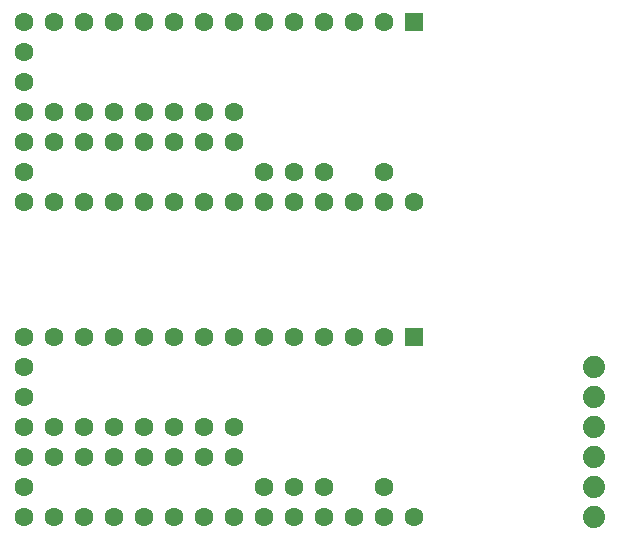
<source format=gbr>
G04 #@! TF.GenerationSoftware,KiCad,Pcbnew,(5.0.0-3-g5ebb6b6)*
G04 #@! TF.CreationDate,2018-09-21T15:01:55-06:00*
G04 #@! TF.ProjectId,Touch_Drum_Built-in_Audio,546F7563685F4472756D5F4275696C74,rev?*
G04 #@! TF.SameCoordinates,Original*
G04 #@! TF.FileFunction,Copper,L1,Top,Signal*
G04 #@! TF.FilePolarity,Positive*
%FSLAX46Y46*%
G04 Gerber Fmt 4.6, Leading zero omitted, Abs format (unit mm)*
G04 Created by KiCad (PCBNEW (5.0.0-3-g5ebb6b6)) date Friday, September 21, 2018 at 03:01:55 PM*
%MOMM*%
%LPD*%
G01*
G04 APERTURE LIST*
G04 #@! TA.AperFunction,ComponentPad*
%ADD10C,1.879600*%
G04 #@! TD*
G04 #@! TA.AperFunction,ComponentPad*
%ADD11C,1.600000*%
G04 #@! TD*
G04 #@! TA.AperFunction,ComponentPad*
%ADD12R,1.600000X1.600000*%
G04 #@! TD*
G04 APERTURE END LIST*
D10*
G04 #@! TO.P,J1,6*
G04 #@! TO.N,GND*
X212090000Y-83820000D03*
G04 #@! TO.P,J1,5*
G04 #@! TO.N,OLED_DC*
X212090000Y-81280000D03*
G04 #@! TO.P,J1,4*
G04 #@! TO.N,OLED_CS*
X212090000Y-78740000D03*
G04 #@! TO.P,J1,3*
G04 #@! TO.N,OLED_SCK*
X212090000Y-76200000D03*
G04 #@! TO.P,J1,2*
G04 #@! TO.N,OLED_MOSI*
X212090000Y-73660000D03*
G04 #@! TO.P,J1,1*
G04 #@! TO.N,OLED_RST*
X212090000Y-71120000D03*
G04 #@! TD*
D11*
G04 #@! TO.P,U1,51*
G04 #@! TO.N,N/C*
X181610000Y-78740000D03*
G04 #@! TO.P,U1,50*
X179070000Y-78740000D03*
G04 #@! TO.P,U1,49*
G04 #@! TO.N,TOUCH_7*
X176530000Y-78740000D03*
G04 #@! TO.P,U1,48*
G04 #@! TO.N,TOUCH_6*
X173990000Y-78740000D03*
G04 #@! TO.P,U1,47*
G04 #@! TO.N,N/C*
X171450000Y-78740000D03*
G04 #@! TO.P,U1,46*
G04 #@! TO.N,SDA1*
X168910000Y-78740000D03*
G04 #@! TO.P,U1,45*
G04 #@! TO.N,SCL1*
X166370000Y-78740000D03*
G04 #@! TO.P,U1,44*
G04 #@! TO.N,N/C*
X166370000Y-76200000D03*
G04 #@! TO.P,U1,43*
X168910000Y-76200000D03*
G04 #@! TO.P,U1,42*
X171450000Y-76200000D03*
G04 #@! TO.P,U1,41*
G04 #@! TO.N,TOUCH_5*
X173990000Y-76200000D03*
G04 #@! TO.P,U1,40*
G04 #@! TO.N,N/C*
X176530000Y-76200000D03*
G04 #@! TO.P,U1,39*
X179070000Y-76200000D03*
G04 #@! TO.P,U1,38*
X181610000Y-76200000D03*
D12*
G04 #@! TO.P,U1,1*
G04 #@! TO.N,GND*
X196850000Y-68580000D03*
D11*
G04 #@! TO.P,U1,2*
G04 #@! TO.N,TOUCH_0*
X194310000Y-68580000D03*
G04 #@! TO.P,U1,3*
G04 #@! TO.N,TOUCH_1*
X191770000Y-68580000D03*
G04 #@! TO.P,U1,4*
G04 #@! TO.N,OLED_RST*
X189230000Y-68580000D03*
G04 #@! TO.P,U1,5*
G04 #@! TO.N,N/C*
X186690000Y-68580000D03*
G04 #@! TO.P,U1,6*
X184150000Y-68580000D03*
G04 #@! TO.P,U1,7*
X181610000Y-68580000D03*
G04 #@! TO.P,U1,8*
X179070000Y-68580000D03*
G04 #@! TO.P,U1,9*
G04 #@! TO.N,OLED_MOSI*
X176530000Y-68580000D03*
G04 #@! TO.P,U1,10*
G04 #@! TO.N,N/C*
X173990000Y-68580000D03*
G04 #@! TO.P,U1,11*
G04 #@! TO.N,AUDIO_BCLK*
X171450000Y-68580000D03*
G04 #@! TO.P,U1,12*
G04 #@! TO.N,N/C*
X168910000Y-68580000D03*
G04 #@! TO.P,U1,13*
G04 #@! TO.N,AUDIO_MCLK*
X166370000Y-68580000D03*
G04 #@! TO.P,U1,37*
G04 #@! TO.N,N/C*
X184150000Y-81280000D03*
G04 #@! TO.P,U1,36*
X186690000Y-81280000D03*
G04 #@! TO.P,U1,35*
X189230000Y-81280000D03*
G04 #@! TO.P,U1,34*
X194310000Y-81280000D03*
G04 #@! TO.P,U1,33*
X196850000Y-83820000D03*
G04 #@! TO.P,U1,32*
X194310000Y-83820000D03*
G04 #@! TO.P,U1,31*
X191770000Y-83820000D03*
G04 #@! TO.P,U1,30*
G04 #@! TO.N,AUDIO_LRCLK*
X189230000Y-83820000D03*
G04 #@! TO.P,U1,29*
G04 #@! TO.N,AUDIO_DIN*
X186690000Y-83820000D03*
G04 #@! TO.P,U1,28*
G04 #@! TO.N,OLED_DC*
X184150000Y-83820000D03*
G04 #@! TO.P,U1,27*
G04 #@! TO.N,OLED_CS*
X181610000Y-83820000D03*
G04 #@! TO.P,U1,26*
G04 #@! TO.N,TOUCH_9*
X179070000Y-83820000D03*
G04 #@! TO.P,U1,25*
G04 #@! TO.N,TOUCH_8*
X176530000Y-83820000D03*
G04 #@! TO.P,U1,24*
G04 #@! TO.N,TOUCH_4*
X173990000Y-83820000D03*
G04 #@! TO.P,U1,23*
G04 #@! TO.N,TOUCH_3*
X171450000Y-83820000D03*
G04 #@! TO.P,U1,22*
G04 #@! TO.N,TOUCH_2*
X168910000Y-83820000D03*
G04 #@! TO.P,U1,21*
G04 #@! TO.N,OLED_SCK*
X166370000Y-83820000D03*
G04 #@! TO.P,U1,14*
G04 #@! TO.N,N/C*
X163830000Y-68580000D03*
G04 #@! TO.P,U1,15*
X163830000Y-71120000D03*
G04 #@! TO.P,U1,16*
X163830000Y-73660000D03*
G04 #@! TO.P,U1,20*
G04 #@! TO.N,AUDIO_DOUT*
X163830000Y-83820000D03*
G04 #@! TO.P,U1,19*
G04 #@! TO.N,N/C*
X163830000Y-81280000D03*
G04 #@! TO.P,U1,18*
X163830000Y-78740000D03*
G04 #@! TO.P,U1,17*
X163830000Y-76200000D03*
G04 #@! TD*
G04 #@! TO.P,U2,51*
G04 #@! TO.N,N/C*
X181610000Y-52070000D03*
G04 #@! TO.P,U2,50*
X179070000Y-52070000D03*
G04 #@! TO.P,U2,49*
X176530000Y-52070000D03*
G04 #@! TO.P,U2,48*
X173990000Y-52070000D03*
G04 #@! TO.P,U2,47*
X171450000Y-52070000D03*
G04 #@! TO.P,U2,46*
X168910000Y-52070000D03*
G04 #@! TO.P,U2,45*
X166370000Y-52070000D03*
G04 #@! TO.P,U2,44*
X166370000Y-49530000D03*
G04 #@! TO.P,U2,43*
X168910000Y-49530000D03*
G04 #@! TO.P,U2,42*
X171450000Y-49530000D03*
G04 #@! TO.P,U2,41*
X173990000Y-49530000D03*
G04 #@! TO.P,U2,40*
X176530000Y-49530000D03*
G04 #@! TO.P,U2,39*
X179070000Y-49530000D03*
G04 #@! TO.P,U2,38*
X181610000Y-49530000D03*
D12*
G04 #@! TO.P,U2,1*
G04 #@! TO.N,GND*
X196850000Y-41910000D03*
D11*
G04 #@! TO.P,U2,2*
G04 #@! TO.N,N/C*
X194310000Y-41910000D03*
G04 #@! TO.P,U2,3*
X191770000Y-41910000D03*
G04 #@! TO.P,U2,4*
X189230000Y-41910000D03*
G04 #@! TO.P,U2,5*
X186690000Y-41910000D03*
G04 #@! TO.P,U2,6*
X184150000Y-41910000D03*
G04 #@! TO.P,U2,7*
X181610000Y-41910000D03*
G04 #@! TO.P,U2,8*
X179070000Y-41910000D03*
G04 #@! TO.P,U2,9*
X176530000Y-41910000D03*
G04 #@! TO.P,U2,10*
X173990000Y-41910000D03*
G04 #@! TO.P,U2,11*
G04 #@! TO.N,AUDIO_BCLK*
X171450000Y-41910000D03*
G04 #@! TO.P,U2,12*
G04 #@! TO.N,N/C*
X168910000Y-41910000D03*
G04 #@! TO.P,U2,13*
G04 #@! TO.N,AUDIO_MCLK*
X166370000Y-41910000D03*
G04 #@! TO.P,U2,37*
G04 #@! TO.N,N/C*
X184150000Y-54610000D03*
G04 #@! TO.P,U2,36*
X186690000Y-54610000D03*
G04 #@! TO.P,U2,35*
X189230000Y-54610000D03*
G04 #@! TO.P,U2,34*
X194310000Y-54610000D03*
G04 #@! TO.P,U2,33*
X196850000Y-57150000D03*
G04 #@! TO.P,U2,32*
X194310000Y-57150000D03*
G04 #@! TO.P,U2,31*
X191770000Y-57150000D03*
G04 #@! TO.P,U2,30*
G04 #@! TO.N,AUDIO_LRCLK*
X189230000Y-57150000D03*
G04 #@! TO.P,U2,29*
G04 #@! TO.N,AUDIO_DIN*
X186690000Y-57150000D03*
G04 #@! TO.P,U2,28*
G04 #@! TO.N,N/C*
X184150000Y-57150000D03*
G04 #@! TO.P,U2,27*
X181610000Y-57150000D03*
G04 #@! TO.P,U2,26*
G04 #@! TO.N,SCL1*
X179070000Y-57150000D03*
G04 #@! TO.P,U2,25*
G04 #@! TO.N,SDA1*
X176530000Y-57150000D03*
G04 #@! TO.P,U2,24*
G04 #@! TO.N,N/C*
X173990000Y-57150000D03*
G04 #@! TO.P,U2,23*
X171450000Y-57150000D03*
G04 #@! TO.P,U2,22*
X168910000Y-57150000D03*
G04 #@! TO.P,U2,21*
X166370000Y-57150000D03*
G04 #@! TO.P,U2,14*
X163830000Y-41910000D03*
G04 #@! TO.P,U2,15*
X163830000Y-44450000D03*
G04 #@! TO.P,U2,16*
X163830000Y-46990000D03*
G04 #@! TO.P,U2,20*
G04 #@! TO.N,AUDIO_DOUT*
X163830000Y-57150000D03*
G04 #@! TO.P,U2,19*
G04 #@! TO.N,N/C*
X163830000Y-54610000D03*
G04 #@! TO.P,U2,18*
X163830000Y-52070000D03*
G04 #@! TO.P,U2,17*
X163830000Y-49530000D03*
G04 #@! TD*
M02*

</source>
